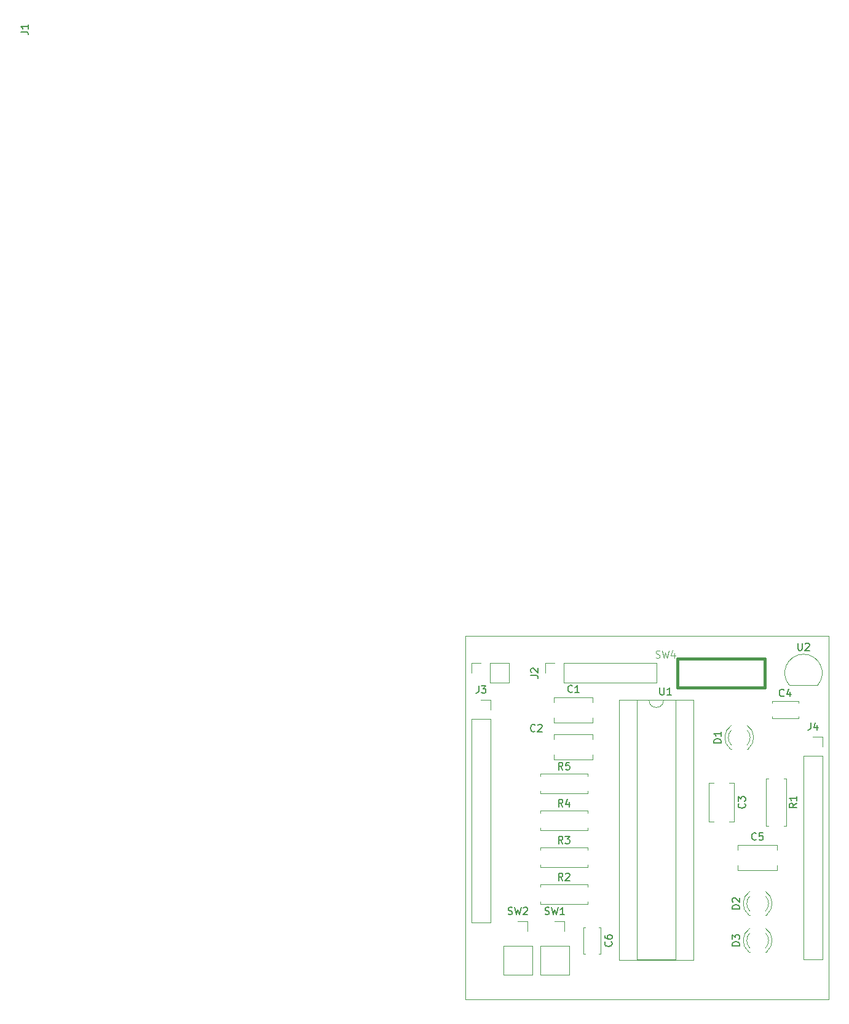
<source format=gbr>
%TF.GenerationSoftware,KiCad,Pcbnew,7.0.1*%
%TF.CreationDate,2023-04-13T23:32:15-05:00*%
%TF.ProjectId,hw4.2,6877342e-322e-46b6-9963-61645f706362,rev?*%
%TF.SameCoordinates,Original*%
%TF.FileFunction,Legend,Top*%
%TF.FilePolarity,Positive*%
%FSLAX46Y46*%
G04 Gerber Fmt 4.6, Leading zero omitted, Abs format (unit mm)*
G04 Created by KiCad (PCBNEW 7.0.1) date 2023-04-13 23:32:15*
%MOMM*%
%LPD*%
G01*
G04 APERTURE LIST*
%ADD10C,0.150000*%
%ADD11C,0.100000*%
%ADD12C,0.120000*%
%ADD13C,0.400000*%
%TA.AperFunction,Profile*%
%ADD14C,0.100000*%
%TD*%
G04 APERTURE END LIST*
D10*
%TO.C,R4*%
X150963333Y-89532619D02*
X150630000Y-89056428D01*
X150391905Y-89532619D02*
X150391905Y-88532619D01*
X150391905Y-88532619D02*
X150772857Y-88532619D01*
X150772857Y-88532619D02*
X150868095Y-88580238D01*
X150868095Y-88580238D02*
X150915714Y-88627857D01*
X150915714Y-88627857D02*
X150963333Y-88723095D01*
X150963333Y-88723095D02*
X150963333Y-88865952D01*
X150963333Y-88865952D02*
X150915714Y-88961190D01*
X150915714Y-88961190D02*
X150868095Y-89008809D01*
X150868095Y-89008809D02*
X150772857Y-89056428D01*
X150772857Y-89056428D02*
X150391905Y-89056428D01*
X151820476Y-88865952D02*
X151820476Y-89532619D01*
X151582381Y-88485000D02*
X151344286Y-89199285D01*
X151344286Y-89199285D02*
X151963333Y-89199285D01*
%TO.C,J1*%
X76312619Y17136666D02*
X77026904Y17136666D01*
X77026904Y17136666D02*
X77169761Y17089047D01*
X77169761Y17089047D02*
X77265000Y16993809D01*
X77265000Y16993809D02*
X77312619Y16850952D01*
X77312619Y16850952D02*
X77312619Y16755714D01*
X77312619Y18136666D02*
X77312619Y17565238D01*
X77312619Y17850952D02*
X76312619Y17850952D01*
X76312619Y17850952D02*
X76455476Y17755714D01*
X76455476Y17755714D02*
X76550714Y17660476D01*
X76550714Y17660476D02*
X76598333Y17565238D01*
%TO.C,R5*%
X150963333Y-84452619D02*
X150630000Y-83976428D01*
X150391905Y-84452619D02*
X150391905Y-83452619D01*
X150391905Y-83452619D02*
X150772857Y-83452619D01*
X150772857Y-83452619D02*
X150868095Y-83500238D01*
X150868095Y-83500238D02*
X150915714Y-83547857D01*
X150915714Y-83547857D02*
X150963333Y-83643095D01*
X150963333Y-83643095D02*
X150963333Y-83785952D01*
X150963333Y-83785952D02*
X150915714Y-83881190D01*
X150915714Y-83881190D02*
X150868095Y-83928809D01*
X150868095Y-83928809D02*
X150772857Y-83976428D01*
X150772857Y-83976428D02*
X150391905Y-83976428D01*
X151868095Y-83452619D02*
X151391905Y-83452619D01*
X151391905Y-83452619D02*
X151344286Y-83928809D01*
X151344286Y-83928809D02*
X151391905Y-83881190D01*
X151391905Y-83881190D02*
X151487143Y-83833571D01*
X151487143Y-83833571D02*
X151725238Y-83833571D01*
X151725238Y-83833571D02*
X151820476Y-83881190D01*
X151820476Y-83881190D02*
X151868095Y-83928809D01*
X151868095Y-83928809D02*
X151915714Y-84024047D01*
X151915714Y-84024047D02*
X151915714Y-84262142D01*
X151915714Y-84262142D02*
X151868095Y-84357380D01*
X151868095Y-84357380D02*
X151820476Y-84405000D01*
X151820476Y-84405000D02*
X151725238Y-84452619D01*
X151725238Y-84452619D02*
X151487143Y-84452619D01*
X151487143Y-84452619D02*
X151391905Y-84405000D01*
X151391905Y-84405000D02*
X151344286Y-84357380D01*
%TO.C,J2*%
X146552619Y-71453333D02*
X147266904Y-71453333D01*
X147266904Y-71453333D02*
X147409761Y-71500952D01*
X147409761Y-71500952D02*
X147505000Y-71596190D01*
X147505000Y-71596190D02*
X147552619Y-71739047D01*
X147552619Y-71739047D02*
X147552619Y-71834285D01*
X146647857Y-71024761D02*
X146600238Y-70977142D01*
X146600238Y-70977142D02*
X146552619Y-70881904D01*
X146552619Y-70881904D02*
X146552619Y-70643809D01*
X146552619Y-70643809D02*
X146600238Y-70548571D01*
X146600238Y-70548571D02*
X146647857Y-70500952D01*
X146647857Y-70500952D02*
X146743095Y-70453333D01*
X146743095Y-70453333D02*
X146838333Y-70453333D01*
X146838333Y-70453333D02*
X146981190Y-70500952D01*
X146981190Y-70500952D02*
X147552619Y-71072380D01*
X147552619Y-71072380D02*
X147552619Y-70453333D01*
D11*
%TO.C,SW4*%
X163766667Y-68995000D02*
X163909524Y-69042619D01*
X163909524Y-69042619D02*
X164147619Y-69042619D01*
X164147619Y-69042619D02*
X164242857Y-68995000D01*
X164242857Y-68995000D02*
X164290476Y-68947380D01*
X164290476Y-68947380D02*
X164338095Y-68852142D01*
X164338095Y-68852142D02*
X164338095Y-68756904D01*
X164338095Y-68756904D02*
X164290476Y-68661666D01*
X164290476Y-68661666D02*
X164242857Y-68614047D01*
X164242857Y-68614047D02*
X164147619Y-68566428D01*
X164147619Y-68566428D02*
X163957143Y-68518809D01*
X163957143Y-68518809D02*
X163861905Y-68471190D01*
X163861905Y-68471190D02*
X163814286Y-68423571D01*
X163814286Y-68423571D02*
X163766667Y-68328333D01*
X163766667Y-68328333D02*
X163766667Y-68233095D01*
X163766667Y-68233095D02*
X163814286Y-68137857D01*
X163814286Y-68137857D02*
X163861905Y-68090238D01*
X163861905Y-68090238D02*
X163957143Y-68042619D01*
X163957143Y-68042619D02*
X164195238Y-68042619D01*
X164195238Y-68042619D02*
X164338095Y-68090238D01*
X164671429Y-68042619D02*
X164909524Y-69042619D01*
X164909524Y-69042619D02*
X165100000Y-68328333D01*
X165100000Y-68328333D02*
X165290476Y-69042619D01*
X165290476Y-69042619D02*
X165528572Y-68042619D01*
X166338095Y-68375952D02*
X166338095Y-69042619D01*
X166100000Y-67995000D02*
X165861905Y-68709285D01*
X165861905Y-68709285D02*
X166480952Y-68709285D01*
D10*
%TO.C,R2*%
X150963333Y-99692619D02*
X150630000Y-99216428D01*
X150391905Y-99692619D02*
X150391905Y-98692619D01*
X150391905Y-98692619D02*
X150772857Y-98692619D01*
X150772857Y-98692619D02*
X150868095Y-98740238D01*
X150868095Y-98740238D02*
X150915714Y-98787857D01*
X150915714Y-98787857D02*
X150963333Y-98883095D01*
X150963333Y-98883095D02*
X150963333Y-99025952D01*
X150963333Y-99025952D02*
X150915714Y-99121190D01*
X150915714Y-99121190D02*
X150868095Y-99168809D01*
X150868095Y-99168809D02*
X150772857Y-99216428D01*
X150772857Y-99216428D02*
X150391905Y-99216428D01*
X151344286Y-98787857D02*
X151391905Y-98740238D01*
X151391905Y-98740238D02*
X151487143Y-98692619D01*
X151487143Y-98692619D02*
X151725238Y-98692619D01*
X151725238Y-98692619D02*
X151820476Y-98740238D01*
X151820476Y-98740238D02*
X151868095Y-98787857D01*
X151868095Y-98787857D02*
X151915714Y-98883095D01*
X151915714Y-98883095D02*
X151915714Y-98978333D01*
X151915714Y-98978333D02*
X151868095Y-99121190D01*
X151868095Y-99121190D02*
X151296667Y-99692619D01*
X151296667Y-99692619D02*
X151915714Y-99692619D01*
%TO.C,D2*%
X175302619Y-103608094D02*
X174302619Y-103608094D01*
X174302619Y-103608094D02*
X174302619Y-103369999D01*
X174302619Y-103369999D02*
X174350238Y-103227142D01*
X174350238Y-103227142D02*
X174445476Y-103131904D01*
X174445476Y-103131904D02*
X174540714Y-103084285D01*
X174540714Y-103084285D02*
X174731190Y-103036666D01*
X174731190Y-103036666D02*
X174874047Y-103036666D01*
X174874047Y-103036666D02*
X175064523Y-103084285D01*
X175064523Y-103084285D02*
X175159761Y-103131904D01*
X175159761Y-103131904D02*
X175255000Y-103227142D01*
X175255000Y-103227142D02*
X175302619Y-103369999D01*
X175302619Y-103369999D02*
X175302619Y-103608094D01*
X174397857Y-102655713D02*
X174350238Y-102608094D01*
X174350238Y-102608094D02*
X174302619Y-102512856D01*
X174302619Y-102512856D02*
X174302619Y-102274761D01*
X174302619Y-102274761D02*
X174350238Y-102179523D01*
X174350238Y-102179523D02*
X174397857Y-102131904D01*
X174397857Y-102131904D02*
X174493095Y-102084285D01*
X174493095Y-102084285D02*
X174588333Y-102084285D01*
X174588333Y-102084285D02*
X174731190Y-102131904D01*
X174731190Y-102131904D02*
X175302619Y-102703332D01*
X175302619Y-102703332D02*
X175302619Y-102084285D01*
%TO.C,C4*%
X181423333Y-74267380D02*
X181375714Y-74315000D01*
X181375714Y-74315000D02*
X181232857Y-74362619D01*
X181232857Y-74362619D02*
X181137619Y-74362619D01*
X181137619Y-74362619D02*
X180994762Y-74315000D01*
X180994762Y-74315000D02*
X180899524Y-74219761D01*
X180899524Y-74219761D02*
X180851905Y-74124523D01*
X180851905Y-74124523D02*
X180804286Y-73934047D01*
X180804286Y-73934047D02*
X180804286Y-73791190D01*
X180804286Y-73791190D02*
X180851905Y-73600714D01*
X180851905Y-73600714D02*
X180899524Y-73505476D01*
X180899524Y-73505476D02*
X180994762Y-73410238D01*
X180994762Y-73410238D02*
X181137619Y-73362619D01*
X181137619Y-73362619D02*
X181232857Y-73362619D01*
X181232857Y-73362619D02*
X181375714Y-73410238D01*
X181375714Y-73410238D02*
X181423333Y-73457857D01*
X182280476Y-73695952D02*
X182280476Y-74362619D01*
X182042381Y-73315000D02*
X181804286Y-74029285D01*
X181804286Y-74029285D02*
X182423333Y-74029285D01*
%TO.C,C6*%
X157647380Y-108136666D02*
X157695000Y-108184285D01*
X157695000Y-108184285D02*
X157742619Y-108327142D01*
X157742619Y-108327142D02*
X157742619Y-108422380D01*
X157742619Y-108422380D02*
X157695000Y-108565237D01*
X157695000Y-108565237D02*
X157599761Y-108660475D01*
X157599761Y-108660475D02*
X157504523Y-108708094D01*
X157504523Y-108708094D02*
X157314047Y-108755713D01*
X157314047Y-108755713D02*
X157171190Y-108755713D01*
X157171190Y-108755713D02*
X156980714Y-108708094D01*
X156980714Y-108708094D02*
X156885476Y-108660475D01*
X156885476Y-108660475D02*
X156790238Y-108565237D01*
X156790238Y-108565237D02*
X156742619Y-108422380D01*
X156742619Y-108422380D02*
X156742619Y-108327142D01*
X156742619Y-108327142D02*
X156790238Y-108184285D01*
X156790238Y-108184285D02*
X156837857Y-108136666D01*
X156742619Y-107279523D02*
X156742619Y-107469999D01*
X156742619Y-107469999D02*
X156790238Y-107565237D01*
X156790238Y-107565237D02*
X156837857Y-107612856D01*
X156837857Y-107612856D02*
X156980714Y-107708094D01*
X156980714Y-107708094D02*
X157171190Y-107755713D01*
X157171190Y-107755713D02*
X157552142Y-107755713D01*
X157552142Y-107755713D02*
X157647380Y-107708094D01*
X157647380Y-107708094D02*
X157695000Y-107660475D01*
X157695000Y-107660475D02*
X157742619Y-107565237D01*
X157742619Y-107565237D02*
X157742619Y-107374761D01*
X157742619Y-107374761D02*
X157695000Y-107279523D01*
X157695000Y-107279523D02*
X157647380Y-107231904D01*
X157647380Y-107231904D02*
X157552142Y-107184285D01*
X157552142Y-107184285D02*
X157314047Y-107184285D01*
X157314047Y-107184285D02*
X157218809Y-107231904D01*
X157218809Y-107231904D02*
X157171190Y-107279523D01*
X157171190Y-107279523D02*
X157123571Y-107374761D01*
X157123571Y-107374761D02*
X157123571Y-107565237D01*
X157123571Y-107565237D02*
X157171190Y-107660475D01*
X157171190Y-107660475D02*
X157218809Y-107708094D01*
X157218809Y-107708094D02*
X157314047Y-107755713D01*
%TO.C,U2*%
X183348095Y-67022619D02*
X183348095Y-67832142D01*
X183348095Y-67832142D02*
X183395714Y-67927380D01*
X183395714Y-67927380D02*
X183443333Y-67975000D01*
X183443333Y-67975000D02*
X183538571Y-68022619D01*
X183538571Y-68022619D02*
X183729047Y-68022619D01*
X183729047Y-68022619D02*
X183824285Y-67975000D01*
X183824285Y-67975000D02*
X183871904Y-67927380D01*
X183871904Y-67927380D02*
X183919523Y-67832142D01*
X183919523Y-67832142D02*
X183919523Y-67022619D01*
X184348095Y-67117857D02*
X184395714Y-67070238D01*
X184395714Y-67070238D02*
X184490952Y-67022619D01*
X184490952Y-67022619D02*
X184729047Y-67022619D01*
X184729047Y-67022619D02*
X184824285Y-67070238D01*
X184824285Y-67070238D02*
X184871904Y-67117857D01*
X184871904Y-67117857D02*
X184919523Y-67213095D01*
X184919523Y-67213095D02*
X184919523Y-67308333D01*
X184919523Y-67308333D02*
X184871904Y-67451190D01*
X184871904Y-67451190D02*
X184300476Y-68022619D01*
X184300476Y-68022619D02*
X184919523Y-68022619D01*
%TO.C,C5*%
X177593333Y-94037380D02*
X177545714Y-94085000D01*
X177545714Y-94085000D02*
X177402857Y-94132619D01*
X177402857Y-94132619D02*
X177307619Y-94132619D01*
X177307619Y-94132619D02*
X177164762Y-94085000D01*
X177164762Y-94085000D02*
X177069524Y-93989761D01*
X177069524Y-93989761D02*
X177021905Y-93894523D01*
X177021905Y-93894523D02*
X176974286Y-93704047D01*
X176974286Y-93704047D02*
X176974286Y-93561190D01*
X176974286Y-93561190D02*
X177021905Y-93370714D01*
X177021905Y-93370714D02*
X177069524Y-93275476D01*
X177069524Y-93275476D02*
X177164762Y-93180238D01*
X177164762Y-93180238D02*
X177307619Y-93132619D01*
X177307619Y-93132619D02*
X177402857Y-93132619D01*
X177402857Y-93132619D02*
X177545714Y-93180238D01*
X177545714Y-93180238D02*
X177593333Y-93227857D01*
X178498095Y-93132619D02*
X178021905Y-93132619D01*
X178021905Y-93132619D02*
X177974286Y-93608809D01*
X177974286Y-93608809D02*
X178021905Y-93561190D01*
X178021905Y-93561190D02*
X178117143Y-93513571D01*
X178117143Y-93513571D02*
X178355238Y-93513571D01*
X178355238Y-93513571D02*
X178450476Y-93561190D01*
X178450476Y-93561190D02*
X178498095Y-93608809D01*
X178498095Y-93608809D02*
X178545714Y-93704047D01*
X178545714Y-93704047D02*
X178545714Y-93942142D01*
X178545714Y-93942142D02*
X178498095Y-94037380D01*
X178498095Y-94037380D02*
X178450476Y-94085000D01*
X178450476Y-94085000D02*
X178355238Y-94132619D01*
X178355238Y-94132619D02*
X178117143Y-94132619D01*
X178117143Y-94132619D02*
X178021905Y-94085000D01*
X178021905Y-94085000D02*
X177974286Y-94037380D01*
%TO.C,C2*%
X147153333Y-79107380D02*
X147105714Y-79155000D01*
X147105714Y-79155000D02*
X146962857Y-79202619D01*
X146962857Y-79202619D02*
X146867619Y-79202619D01*
X146867619Y-79202619D02*
X146724762Y-79155000D01*
X146724762Y-79155000D02*
X146629524Y-79059761D01*
X146629524Y-79059761D02*
X146581905Y-78964523D01*
X146581905Y-78964523D02*
X146534286Y-78774047D01*
X146534286Y-78774047D02*
X146534286Y-78631190D01*
X146534286Y-78631190D02*
X146581905Y-78440714D01*
X146581905Y-78440714D02*
X146629524Y-78345476D01*
X146629524Y-78345476D02*
X146724762Y-78250238D01*
X146724762Y-78250238D02*
X146867619Y-78202619D01*
X146867619Y-78202619D02*
X146962857Y-78202619D01*
X146962857Y-78202619D02*
X147105714Y-78250238D01*
X147105714Y-78250238D02*
X147153333Y-78297857D01*
X147534286Y-78297857D02*
X147581905Y-78250238D01*
X147581905Y-78250238D02*
X147677143Y-78202619D01*
X147677143Y-78202619D02*
X147915238Y-78202619D01*
X147915238Y-78202619D02*
X148010476Y-78250238D01*
X148010476Y-78250238D02*
X148058095Y-78297857D01*
X148058095Y-78297857D02*
X148105714Y-78393095D01*
X148105714Y-78393095D02*
X148105714Y-78488333D01*
X148105714Y-78488333D02*
X148058095Y-78631190D01*
X148058095Y-78631190D02*
X147486667Y-79202619D01*
X147486667Y-79202619D02*
X148105714Y-79202619D01*
%TO.C,D1*%
X172762619Y-80748094D02*
X171762619Y-80748094D01*
X171762619Y-80748094D02*
X171762619Y-80509999D01*
X171762619Y-80509999D02*
X171810238Y-80367142D01*
X171810238Y-80367142D02*
X171905476Y-80271904D01*
X171905476Y-80271904D02*
X172000714Y-80224285D01*
X172000714Y-80224285D02*
X172191190Y-80176666D01*
X172191190Y-80176666D02*
X172334047Y-80176666D01*
X172334047Y-80176666D02*
X172524523Y-80224285D01*
X172524523Y-80224285D02*
X172619761Y-80271904D01*
X172619761Y-80271904D02*
X172715000Y-80367142D01*
X172715000Y-80367142D02*
X172762619Y-80509999D01*
X172762619Y-80509999D02*
X172762619Y-80748094D01*
X172762619Y-79224285D02*
X172762619Y-79795713D01*
X172762619Y-79509999D02*
X171762619Y-79509999D01*
X171762619Y-79509999D02*
X171905476Y-79605237D01*
X171905476Y-79605237D02*
X172000714Y-79700475D01*
X172000714Y-79700475D02*
X172048333Y-79795713D01*
%TO.C,R3*%
X150963333Y-94612619D02*
X150630000Y-94136428D01*
X150391905Y-94612619D02*
X150391905Y-93612619D01*
X150391905Y-93612619D02*
X150772857Y-93612619D01*
X150772857Y-93612619D02*
X150868095Y-93660238D01*
X150868095Y-93660238D02*
X150915714Y-93707857D01*
X150915714Y-93707857D02*
X150963333Y-93803095D01*
X150963333Y-93803095D02*
X150963333Y-93945952D01*
X150963333Y-93945952D02*
X150915714Y-94041190D01*
X150915714Y-94041190D02*
X150868095Y-94088809D01*
X150868095Y-94088809D02*
X150772857Y-94136428D01*
X150772857Y-94136428D02*
X150391905Y-94136428D01*
X151296667Y-93612619D02*
X151915714Y-93612619D01*
X151915714Y-93612619D02*
X151582381Y-93993571D01*
X151582381Y-93993571D02*
X151725238Y-93993571D01*
X151725238Y-93993571D02*
X151820476Y-94041190D01*
X151820476Y-94041190D02*
X151868095Y-94088809D01*
X151868095Y-94088809D02*
X151915714Y-94184047D01*
X151915714Y-94184047D02*
X151915714Y-94422142D01*
X151915714Y-94422142D02*
X151868095Y-94517380D01*
X151868095Y-94517380D02*
X151820476Y-94565000D01*
X151820476Y-94565000D02*
X151725238Y-94612619D01*
X151725238Y-94612619D02*
X151439524Y-94612619D01*
X151439524Y-94612619D02*
X151344286Y-94565000D01*
X151344286Y-94565000D02*
X151296667Y-94517380D01*
%TO.C,J4*%
X185086666Y-77972619D02*
X185086666Y-78686904D01*
X185086666Y-78686904D02*
X185039047Y-78829761D01*
X185039047Y-78829761D02*
X184943809Y-78925000D01*
X184943809Y-78925000D02*
X184800952Y-78972619D01*
X184800952Y-78972619D02*
X184705714Y-78972619D01*
X185991428Y-78305952D02*
X185991428Y-78972619D01*
X185753333Y-77925000D02*
X185515238Y-78639285D01*
X185515238Y-78639285D02*
X186134285Y-78639285D01*
%TO.C,J3*%
X139366666Y-72892619D02*
X139366666Y-73606904D01*
X139366666Y-73606904D02*
X139319047Y-73749761D01*
X139319047Y-73749761D02*
X139223809Y-73845000D01*
X139223809Y-73845000D02*
X139080952Y-73892619D01*
X139080952Y-73892619D02*
X138985714Y-73892619D01*
X139747619Y-72892619D02*
X140366666Y-72892619D01*
X140366666Y-72892619D02*
X140033333Y-73273571D01*
X140033333Y-73273571D02*
X140176190Y-73273571D01*
X140176190Y-73273571D02*
X140271428Y-73321190D01*
X140271428Y-73321190D02*
X140319047Y-73368809D01*
X140319047Y-73368809D02*
X140366666Y-73464047D01*
X140366666Y-73464047D02*
X140366666Y-73702142D01*
X140366666Y-73702142D02*
X140319047Y-73797380D01*
X140319047Y-73797380D02*
X140271428Y-73845000D01*
X140271428Y-73845000D02*
X140176190Y-73892619D01*
X140176190Y-73892619D02*
X139890476Y-73892619D01*
X139890476Y-73892619D02*
X139795238Y-73845000D01*
X139795238Y-73845000D02*
X139747619Y-73797380D01*
%TO.C,R1*%
X183172619Y-89066666D02*
X182696428Y-89399999D01*
X183172619Y-89638094D02*
X182172619Y-89638094D01*
X182172619Y-89638094D02*
X182172619Y-89257142D01*
X182172619Y-89257142D02*
X182220238Y-89161904D01*
X182220238Y-89161904D02*
X182267857Y-89114285D01*
X182267857Y-89114285D02*
X182363095Y-89066666D01*
X182363095Y-89066666D02*
X182505952Y-89066666D01*
X182505952Y-89066666D02*
X182601190Y-89114285D01*
X182601190Y-89114285D02*
X182648809Y-89161904D01*
X182648809Y-89161904D02*
X182696428Y-89257142D01*
X182696428Y-89257142D02*
X182696428Y-89638094D01*
X183172619Y-88114285D02*
X183172619Y-88685713D01*
X183172619Y-88399999D02*
X182172619Y-88399999D01*
X182172619Y-88399999D02*
X182315476Y-88495237D01*
X182315476Y-88495237D02*
X182410714Y-88590475D01*
X182410714Y-88590475D02*
X182458333Y-88685713D01*
%TO.C,D3*%
X175302619Y-108688094D02*
X174302619Y-108688094D01*
X174302619Y-108688094D02*
X174302619Y-108449999D01*
X174302619Y-108449999D02*
X174350238Y-108307142D01*
X174350238Y-108307142D02*
X174445476Y-108211904D01*
X174445476Y-108211904D02*
X174540714Y-108164285D01*
X174540714Y-108164285D02*
X174731190Y-108116666D01*
X174731190Y-108116666D02*
X174874047Y-108116666D01*
X174874047Y-108116666D02*
X175064523Y-108164285D01*
X175064523Y-108164285D02*
X175159761Y-108211904D01*
X175159761Y-108211904D02*
X175255000Y-108307142D01*
X175255000Y-108307142D02*
X175302619Y-108449999D01*
X175302619Y-108449999D02*
X175302619Y-108688094D01*
X174302619Y-107783332D02*
X174302619Y-107164285D01*
X174302619Y-107164285D02*
X174683571Y-107497618D01*
X174683571Y-107497618D02*
X174683571Y-107354761D01*
X174683571Y-107354761D02*
X174731190Y-107259523D01*
X174731190Y-107259523D02*
X174778809Y-107211904D01*
X174778809Y-107211904D02*
X174874047Y-107164285D01*
X174874047Y-107164285D02*
X175112142Y-107164285D01*
X175112142Y-107164285D02*
X175207380Y-107211904D01*
X175207380Y-107211904D02*
X175255000Y-107259523D01*
X175255000Y-107259523D02*
X175302619Y-107354761D01*
X175302619Y-107354761D02*
X175302619Y-107640475D01*
X175302619Y-107640475D02*
X175255000Y-107735713D01*
X175255000Y-107735713D02*
X175207380Y-107783332D01*
%TO.C,C3*%
X176017380Y-89106666D02*
X176065000Y-89154285D01*
X176065000Y-89154285D02*
X176112619Y-89297142D01*
X176112619Y-89297142D02*
X176112619Y-89392380D01*
X176112619Y-89392380D02*
X176065000Y-89535237D01*
X176065000Y-89535237D02*
X175969761Y-89630475D01*
X175969761Y-89630475D02*
X175874523Y-89678094D01*
X175874523Y-89678094D02*
X175684047Y-89725713D01*
X175684047Y-89725713D02*
X175541190Y-89725713D01*
X175541190Y-89725713D02*
X175350714Y-89678094D01*
X175350714Y-89678094D02*
X175255476Y-89630475D01*
X175255476Y-89630475D02*
X175160238Y-89535237D01*
X175160238Y-89535237D02*
X175112619Y-89392380D01*
X175112619Y-89392380D02*
X175112619Y-89297142D01*
X175112619Y-89297142D02*
X175160238Y-89154285D01*
X175160238Y-89154285D02*
X175207857Y-89106666D01*
X175112619Y-88773332D02*
X175112619Y-88154285D01*
X175112619Y-88154285D02*
X175493571Y-88487618D01*
X175493571Y-88487618D02*
X175493571Y-88344761D01*
X175493571Y-88344761D02*
X175541190Y-88249523D01*
X175541190Y-88249523D02*
X175588809Y-88201904D01*
X175588809Y-88201904D02*
X175684047Y-88154285D01*
X175684047Y-88154285D02*
X175922142Y-88154285D01*
X175922142Y-88154285D02*
X176017380Y-88201904D01*
X176017380Y-88201904D02*
X176065000Y-88249523D01*
X176065000Y-88249523D02*
X176112619Y-88344761D01*
X176112619Y-88344761D02*
X176112619Y-88630475D01*
X176112619Y-88630475D02*
X176065000Y-88725713D01*
X176065000Y-88725713D02*
X176017380Y-88773332D01*
%TO.C,SW2*%
X143446667Y-104325000D02*
X143589524Y-104372619D01*
X143589524Y-104372619D02*
X143827619Y-104372619D01*
X143827619Y-104372619D02*
X143922857Y-104325000D01*
X143922857Y-104325000D02*
X143970476Y-104277380D01*
X143970476Y-104277380D02*
X144018095Y-104182142D01*
X144018095Y-104182142D02*
X144018095Y-104086904D01*
X144018095Y-104086904D02*
X143970476Y-103991666D01*
X143970476Y-103991666D02*
X143922857Y-103944047D01*
X143922857Y-103944047D02*
X143827619Y-103896428D01*
X143827619Y-103896428D02*
X143637143Y-103848809D01*
X143637143Y-103848809D02*
X143541905Y-103801190D01*
X143541905Y-103801190D02*
X143494286Y-103753571D01*
X143494286Y-103753571D02*
X143446667Y-103658333D01*
X143446667Y-103658333D02*
X143446667Y-103563095D01*
X143446667Y-103563095D02*
X143494286Y-103467857D01*
X143494286Y-103467857D02*
X143541905Y-103420238D01*
X143541905Y-103420238D02*
X143637143Y-103372619D01*
X143637143Y-103372619D02*
X143875238Y-103372619D01*
X143875238Y-103372619D02*
X144018095Y-103420238D01*
X144351429Y-103372619D02*
X144589524Y-104372619D01*
X144589524Y-104372619D02*
X144780000Y-103658333D01*
X144780000Y-103658333D02*
X144970476Y-104372619D01*
X144970476Y-104372619D02*
X145208572Y-103372619D01*
X145541905Y-103467857D02*
X145589524Y-103420238D01*
X145589524Y-103420238D02*
X145684762Y-103372619D01*
X145684762Y-103372619D02*
X145922857Y-103372619D01*
X145922857Y-103372619D02*
X146018095Y-103420238D01*
X146018095Y-103420238D02*
X146065714Y-103467857D01*
X146065714Y-103467857D02*
X146113333Y-103563095D01*
X146113333Y-103563095D02*
X146113333Y-103658333D01*
X146113333Y-103658333D02*
X146065714Y-103801190D01*
X146065714Y-103801190D02*
X145494286Y-104372619D01*
X145494286Y-104372619D02*
X146113333Y-104372619D01*
%TO.C,SW1*%
X148526667Y-104325000D02*
X148669524Y-104372619D01*
X148669524Y-104372619D02*
X148907619Y-104372619D01*
X148907619Y-104372619D02*
X149002857Y-104325000D01*
X149002857Y-104325000D02*
X149050476Y-104277380D01*
X149050476Y-104277380D02*
X149098095Y-104182142D01*
X149098095Y-104182142D02*
X149098095Y-104086904D01*
X149098095Y-104086904D02*
X149050476Y-103991666D01*
X149050476Y-103991666D02*
X149002857Y-103944047D01*
X149002857Y-103944047D02*
X148907619Y-103896428D01*
X148907619Y-103896428D02*
X148717143Y-103848809D01*
X148717143Y-103848809D02*
X148621905Y-103801190D01*
X148621905Y-103801190D02*
X148574286Y-103753571D01*
X148574286Y-103753571D02*
X148526667Y-103658333D01*
X148526667Y-103658333D02*
X148526667Y-103563095D01*
X148526667Y-103563095D02*
X148574286Y-103467857D01*
X148574286Y-103467857D02*
X148621905Y-103420238D01*
X148621905Y-103420238D02*
X148717143Y-103372619D01*
X148717143Y-103372619D02*
X148955238Y-103372619D01*
X148955238Y-103372619D02*
X149098095Y-103420238D01*
X149431429Y-103372619D02*
X149669524Y-104372619D01*
X149669524Y-104372619D02*
X149860000Y-103658333D01*
X149860000Y-103658333D02*
X150050476Y-104372619D01*
X150050476Y-104372619D02*
X150288572Y-103372619D01*
X151193333Y-104372619D02*
X150621905Y-104372619D01*
X150907619Y-104372619D02*
X150907619Y-103372619D01*
X150907619Y-103372619D02*
X150812381Y-103515476D01*
X150812381Y-103515476D02*
X150717143Y-103610714D01*
X150717143Y-103610714D02*
X150621905Y-103658333D01*
%TO.C,C1*%
X152273333Y-73717380D02*
X152225714Y-73765000D01*
X152225714Y-73765000D02*
X152082857Y-73812619D01*
X152082857Y-73812619D02*
X151987619Y-73812619D01*
X151987619Y-73812619D02*
X151844762Y-73765000D01*
X151844762Y-73765000D02*
X151749524Y-73669761D01*
X151749524Y-73669761D02*
X151701905Y-73574523D01*
X151701905Y-73574523D02*
X151654286Y-73384047D01*
X151654286Y-73384047D02*
X151654286Y-73241190D01*
X151654286Y-73241190D02*
X151701905Y-73050714D01*
X151701905Y-73050714D02*
X151749524Y-72955476D01*
X151749524Y-72955476D02*
X151844762Y-72860238D01*
X151844762Y-72860238D02*
X151987619Y-72812619D01*
X151987619Y-72812619D02*
X152082857Y-72812619D01*
X152082857Y-72812619D02*
X152225714Y-72860238D01*
X152225714Y-72860238D02*
X152273333Y-72907857D01*
X153225714Y-73812619D02*
X152654286Y-73812619D01*
X152940000Y-73812619D02*
X152940000Y-72812619D01*
X152940000Y-72812619D02*
X152844762Y-72955476D01*
X152844762Y-72955476D02*
X152749524Y-73050714D01*
X152749524Y-73050714D02*
X152654286Y-73098333D01*
%TO.C,U1*%
X164338095Y-73122619D02*
X164338095Y-73932142D01*
X164338095Y-73932142D02*
X164385714Y-74027380D01*
X164385714Y-74027380D02*
X164433333Y-74075000D01*
X164433333Y-74075000D02*
X164528571Y-74122619D01*
X164528571Y-74122619D02*
X164719047Y-74122619D01*
X164719047Y-74122619D02*
X164814285Y-74075000D01*
X164814285Y-74075000D02*
X164861904Y-74027380D01*
X164861904Y-74027380D02*
X164909523Y-73932142D01*
X164909523Y-73932142D02*
X164909523Y-73122619D01*
X165909523Y-74122619D02*
X165338095Y-74122619D01*
X165623809Y-74122619D02*
X165623809Y-73122619D01*
X165623809Y-73122619D02*
X165528571Y-73265476D01*
X165528571Y-73265476D02*
X165433333Y-73360714D01*
X165433333Y-73360714D02*
X165338095Y-73408333D01*
D12*
%TO.C,R4*%
X147860000Y-90070000D02*
X154400000Y-90070000D01*
X147860000Y-90400000D02*
X147860000Y-90070000D01*
X147860000Y-92480000D02*
X147860000Y-92810000D01*
X147860000Y-92810000D02*
X154400000Y-92810000D01*
X154400000Y-90070000D02*
X154400000Y-90400000D01*
X154400000Y-92810000D02*
X154400000Y-92480000D01*
%TO.C,J1*%
X140970000Y-72450000D02*
X143570000Y-72450000D01*
X140970000Y-72450000D02*
X140970000Y-69790000D01*
X143570000Y-72450000D02*
X143570000Y-69790000D01*
X138370000Y-71120000D02*
X138370000Y-69790000D01*
X138370000Y-69790000D02*
X139700000Y-69790000D01*
X140970000Y-69790000D02*
X143570000Y-69790000D01*
%TO.C,R5*%
X154400000Y-87730000D02*
X154400000Y-87400000D01*
X154400000Y-84990000D02*
X154400000Y-85320000D01*
X147860000Y-87730000D02*
X154400000Y-87730000D01*
X147860000Y-87400000D02*
X147860000Y-87730000D01*
X147860000Y-85320000D02*
X147860000Y-84990000D01*
X147860000Y-84990000D02*
X154400000Y-84990000D01*
%TO.C,J2*%
X151130000Y-72450000D02*
X163890000Y-72450000D01*
X151130000Y-72450000D02*
X151130000Y-69790000D01*
X163890000Y-72450000D02*
X163890000Y-69790000D01*
X148530000Y-71120000D02*
X148530000Y-69790000D01*
X148530000Y-69790000D02*
X149860000Y-69790000D01*
X151130000Y-69790000D02*
X163890000Y-69790000D01*
D13*
%TO.C,SW4*%
X166760000Y-69120000D02*
X178760000Y-69120000D01*
X178760000Y-69120000D02*
X178760000Y-73120000D01*
X178760000Y-73120000D02*
X166760000Y-73120000D01*
X166760000Y-73120000D02*
X166760000Y-69120000D01*
D12*
%TO.C,R2*%
X154400000Y-102970000D02*
X154400000Y-102640000D01*
X154400000Y-100230000D02*
X154400000Y-100560000D01*
X147860000Y-102970000D02*
X154400000Y-102970000D01*
X147860000Y-102640000D02*
X147860000Y-102970000D01*
X147860000Y-100560000D02*
X147860000Y-100230000D01*
X147860000Y-100230000D02*
X154400000Y-100230000D01*
%TO.C,D2*%
X179035515Y-104429999D02*
G75*
G03*
X178878608Y-101197666I-1235515J1559999D01*
G01*
X178879999Y-103910960D02*
G75*
G03*
X178879836Y-101828871I-1079999J1040960D01*
G01*
X176720164Y-101828871D02*
G75*
G03*
X176720001Y-103910960I1079836J-1041129D01*
G01*
X176721392Y-101197666D02*
G75*
G03*
X176564485Y-104429999I1078608J-1672334D01*
G01*
X178880000Y-104430000D02*
X179036000Y-104430000D01*
X176564000Y-104430000D02*
X176720000Y-104430000D01*
%TO.C,C4*%
X179770000Y-75030000D02*
X179770000Y-75275000D01*
X179770000Y-75030000D02*
X183410000Y-75030000D01*
X179770000Y-77125000D02*
X179770000Y-77370000D01*
X179770000Y-77370000D02*
X183410000Y-77370000D01*
X183410000Y-75030000D02*
X183410000Y-75275000D01*
X183410000Y-77125000D02*
X183410000Y-77370000D01*
%TO.C,C6*%
X156150000Y-106150000D02*
X155905000Y-106150000D01*
X156150000Y-106150000D02*
X156150000Y-109790000D01*
X154055000Y-106150000D02*
X153810000Y-106150000D01*
X153810000Y-106150000D02*
X153810000Y-109790000D01*
X156150000Y-109790000D02*
X155905000Y-109790000D01*
X154055000Y-109790000D02*
X153810000Y-109790000D01*
%TO.C,U2*%
X182170000Y-72820000D02*
X186020000Y-72820000D01*
X186058611Y-72810122D02*
G75*
G03*
X182170000Y-72820000I-1948611J1690122D01*
G01*
%TO.C,C5*%
X175090000Y-94799000D02*
X175090000Y-95465000D01*
X175090000Y-94799000D02*
X180430000Y-94799000D01*
X175090000Y-97575000D02*
X175090000Y-98241000D01*
X175090000Y-98241000D02*
X180430000Y-98241000D01*
X180430000Y-94799000D02*
X180430000Y-95465000D01*
X180430000Y-97575000D02*
X180430000Y-98241000D01*
%TO.C,C2*%
X155110000Y-82335000D02*
X155110000Y-83001000D01*
X155110000Y-79559000D02*
X155110000Y-80225000D01*
X149770000Y-83001000D02*
X155110000Y-83001000D01*
X149770000Y-82335000D02*
X149770000Y-83001000D01*
X149770000Y-79559000D02*
X155110000Y-79559000D01*
X149770000Y-79559000D02*
X149770000Y-80225000D01*
%TO.C,D1*%
X174024000Y-81570000D02*
X174180000Y-81570000D01*
X176340000Y-81570000D02*
X176496000Y-81570000D01*
X174181392Y-78337666D02*
G75*
G03*
X174024485Y-81569999I1078608J-1672334D01*
G01*
X174180164Y-78968871D02*
G75*
G03*
X174180001Y-81050960I1079836J-1041129D01*
G01*
X176339999Y-81050960D02*
G75*
G03*
X176339836Y-78968871I-1079999J1040960D01*
G01*
X176495515Y-81569999D02*
G75*
G03*
X176338608Y-78337666I-1235515J1559999D01*
G01*
%TO.C,R3*%
X154400000Y-97890000D02*
X154400000Y-97560000D01*
X154400000Y-95150000D02*
X154400000Y-95480000D01*
X147860000Y-97890000D02*
X154400000Y-97890000D01*
X147860000Y-97560000D02*
X147860000Y-97890000D01*
X147860000Y-95480000D02*
X147860000Y-95150000D01*
X147860000Y-95150000D02*
X154400000Y-95150000D01*
%TO.C,J4*%
X184090000Y-82550000D02*
X184090000Y-110550000D01*
X184090000Y-82550000D02*
X186750000Y-82550000D01*
X184090000Y-110550000D02*
X186750000Y-110550000D01*
X185420000Y-79950000D02*
X186750000Y-79950000D01*
X186750000Y-79950000D02*
X186750000Y-81280000D01*
X186750000Y-82550000D02*
X186750000Y-110550000D01*
%TO.C,J3*%
X138370000Y-77470000D02*
X138370000Y-105470000D01*
X138370000Y-77470000D02*
X141030000Y-77470000D01*
X138370000Y-105470000D02*
X141030000Y-105470000D01*
X139700000Y-74870000D02*
X141030000Y-74870000D01*
X141030000Y-74870000D02*
X141030000Y-76200000D01*
X141030000Y-77470000D02*
X141030000Y-105470000D01*
%TO.C,R1*%
X181710000Y-85630000D02*
X181710000Y-92170000D01*
X181380000Y-85630000D02*
X181710000Y-85630000D01*
X179300000Y-85630000D02*
X178970000Y-85630000D01*
X178970000Y-85630000D02*
X178970000Y-92170000D01*
X181710000Y-92170000D02*
X181380000Y-92170000D01*
X178970000Y-92170000D02*
X179300000Y-92170000D01*
%TO.C,D3*%
X179035515Y-109509999D02*
G75*
G03*
X178878608Y-106277666I-1235515J1559999D01*
G01*
X178879999Y-108990960D02*
G75*
G03*
X178879836Y-106908871I-1079999J1040960D01*
G01*
X176720164Y-106908871D02*
G75*
G03*
X176720001Y-108990960I1079836J-1041129D01*
G01*
X176721392Y-106277666D02*
G75*
G03*
X176564485Y-109509999I1078608J-1672334D01*
G01*
X178880000Y-109510000D02*
X179036000Y-109510000D01*
X176564000Y-109510000D02*
X176720000Y-109510000D01*
%TO.C,C3*%
X174521000Y-86270000D02*
X173855000Y-86270000D01*
X174521000Y-86270000D02*
X174521000Y-91610000D01*
X171745000Y-86270000D02*
X171079000Y-86270000D01*
X171079000Y-86270000D02*
X171079000Y-91610000D01*
X174521000Y-91610000D02*
X173855000Y-91610000D01*
X171745000Y-91610000D02*
X171079000Y-91610000D01*
%TO.C,SW2*%
X142780000Y-108680000D02*
X142780000Y-112680000D01*
X142780000Y-108680000D02*
X146780000Y-108680000D01*
X142780000Y-112680000D02*
X146780000Y-112680000D01*
X144780000Y-105350000D02*
X146110000Y-105350000D01*
X146110000Y-105350000D02*
X146110000Y-106680000D01*
X146780000Y-108680000D02*
X146780000Y-112680000D01*
%TO.C,SW1*%
X147860000Y-108680000D02*
X147860000Y-112680000D01*
X147860000Y-108680000D02*
X151860000Y-108680000D01*
X147860000Y-112680000D02*
X151860000Y-112680000D01*
X149860000Y-105350000D02*
X151190000Y-105350000D01*
X151190000Y-105350000D02*
X151190000Y-106680000D01*
X151860000Y-108680000D02*
X151860000Y-112680000D01*
%TO.C,C1*%
X155110000Y-77255000D02*
X155110000Y-77921000D01*
X155110000Y-74479000D02*
X155110000Y-75145000D01*
X149770000Y-77921000D02*
X155110000Y-77921000D01*
X149770000Y-77255000D02*
X149770000Y-77921000D01*
X149770000Y-74479000D02*
X155110000Y-74479000D01*
X149770000Y-74479000D02*
X149770000Y-75145000D01*
%TO.C,U1*%
X158690000Y-74810000D02*
X158690000Y-110610000D01*
X158690000Y-110610000D02*
X168970000Y-110610000D01*
X161180000Y-74870000D02*
X161180000Y-110550000D01*
X161180000Y-110550000D02*
X166480000Y-110550000D01*
X162830000Y-74870000D02*
X161180000Y-74870000D01*
X166480000Y-74870000D02*
X164830000Y-74870000D01*
X166480000Y-110550000D02*
X166480000Y-74870000D01*
X168970000Y-74810000D02*
X158690000Y-74810000D01*
X168970000Y-110610000D02*
X168970000Y-74810000D01*
X162830000Y-74870000D02*
G75*
G03*
X164830000Y-74870000I1000000J0D01*
G01*
%TD*%
D14*
X137560000Y-66040000D02*
X187560000Y-66040000D01*
X187560000Y-116040000D01*
X137560000Y-116040000D01*
X137560000Y-66040000D01*
M02*

</source>
